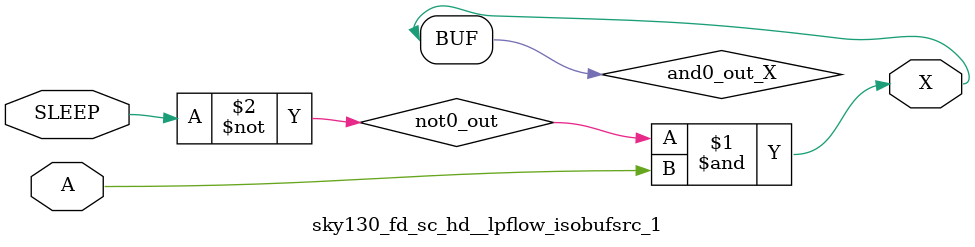
<source format=v>
/*
 * Copyright 2020 The SkyWater PDK Authors
 *
 * Licensed under the Apache License, Version 2.0 (the "License");
 * you may not use this file except in compliance with the License.
 * You may obtain a copy of the License at
 *
 *     https://www.apache.org/licenses/LICENSE-2.0
 *
 * Unless required by applicable law or agreed to in writing, software
 * distributed under the License is distributed on an "AS IS" BASIS,
 * WITHOUT WARRANTIES OR CONDITIONS OF ANY KIND, either express or implied.
 * See the License for the specific language governing permissions and
 * limitations under the License.
 *
 * SPDX-License-Identifier: Apache-2.0
*/


`ifndef SKY130_FD_SC_HD__LPFLOW_ISOBUFSRC_1_FUNCTIONAL_V
`define SKY130_FD_SC_HD__LPFLOW_ISOBUFSRC_1_FUNCTIONAL_V

/**
 * lpflow_isobufsrc: Input isolation, noninverted sleep.
 *
 *                   X = (!A | SLEEP)
 *
 * Verilog simulation functional model.
 */

`timescale 1ns / 1ps
`default_nettype none

`celldefine
module sky130_fd_sc_hd__lpflow_isobufsrc_1 (
    X    ,
    SLEEP,
    A
);

    // Module ports
    output X    ;
    input  SLEEP;
    input  A    ;

    // Local signals
    wire not0_out  ;
    wire and0_out_X;

    //  Name  Output      Other arguments
    not not0 (not0_out  , SLEEP          );
    and and0 (and0_out_X, not0_out, A    );
    buf buf0 (X         , and0_out_X     );

endmodule
`endcelldefine

`default_nettype wire
`endif  // SKY130_FD_SC_HD__LPFLOW_ISOBUFSRC_1_FUNCTIONAL_V

</source>
